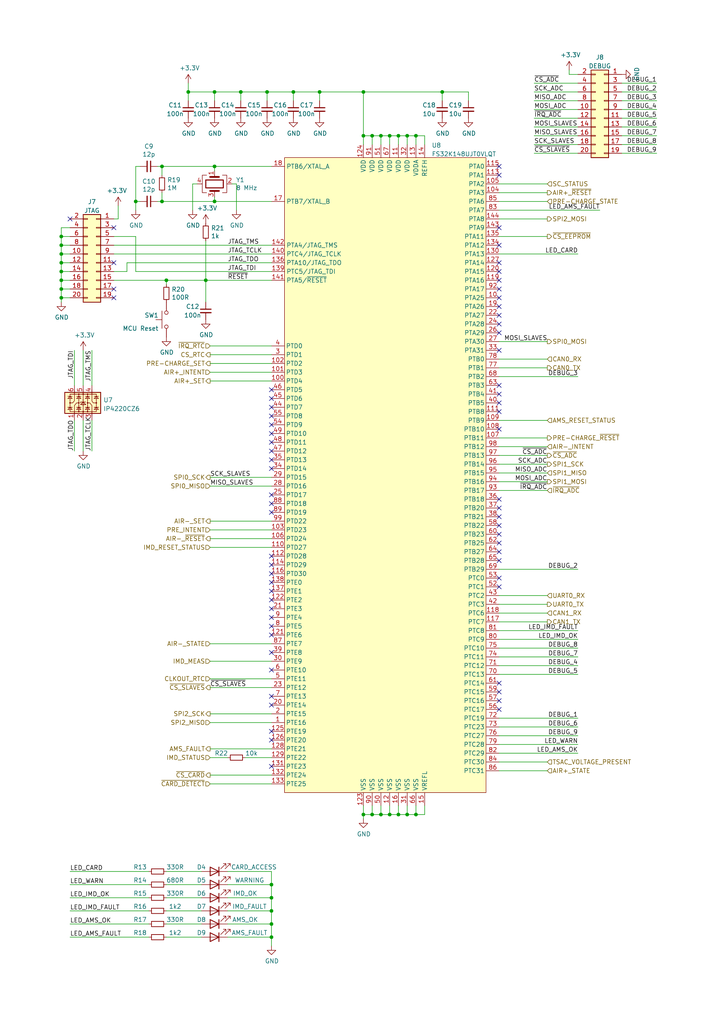
<source format=kicad_sch>
(kicad_sch (version 20211123) (generator eeschema)
  (paper "A4" portrait)
  (title_block (title "SPR23e Battery Management Unit (BMU)") (date "2023-03-25") (rev "B") (company "Scuderia Mensa HS RheinMain racing e.V.") (comment 1 "Author: Luca Engelmann") (comment 2 "Car number: 65"))
  (lib_symbols
    (symbol "Connector_Generic:Conn_02x10_Odd_Even" (pin_names (offset 1.016) hide)
      (property "Reference" "J" (at 1.27 12.7 0))
      (property "Value" "Conn_02x10_Odd_Even" (at 1.27 -15.24 0))
      (symbol "Conn_02x10_Odd_Even_1_1"
        (pin passive line (at -5.08 10.16 0) (length 3.81) (name "Pin_1") (number "1"))
        (pin passive line (at 7.62 0 180) (length 3.81) (name "Pin_10") (number "10"))
        (pin passive line (at -5.08 -2.54 0) (length 3.81) (name "Pin_11") (number "11"))
        (pin passive line (at 7.62 -2.54 180) (length 3.81) (name "Pin_12") (number "12"))
        (pin passive line (at -5.08 -5.08 0) (length 3.81) (name "Pin_13") (number "13"))
        (pin passive line (at 7.62 -5.08 180) (length 3.81) (name "Pin_14") (number "14"))
        (pin passive line (at -5.08 -7.62 0) (length 3.81) (name "Pin_15") (number "15"))
        (pin passive line (at 7.62 -7.62 180) (length 3.81) (name "Pin_16") (number "16"))
        (pin passive line (at -5.08 -10.16 0) (length 3.81) (name "Pin_17") (number "17"))
        (pin passive line (at 7.62 -10.16 180) (length 3.81) (name "Pin_18") (number "18"))
        (pin passive line (at -5.08 -12.7 0) (length 3.81) (name "Pin_19") (number "19"))
        (pin passive line (at 7.62 10.16 180) (length 3.81) (name "Pin_2") (number "2"))
        (pin passive line (at 7.62 -12.7 180) (length 3.81) (name "Pin_20") (number "20"))
        (pin passive line (at -5.08 7.62 0) (length 3.81) (name "Pin_3") (number "3"))
        (pin passive line (at 7.62 7.62 180) (length 3.81) (name "Pin_4") (number "4"))
        (pin passive line (at -5.08 5.08 0) (length 3.81) (name "Pin_5") (number "5"))
        (pin passive line (at 7.62 5.08 180) (length 3.81) (name "Pin_6") (number "6"))
        (pin passive line (at -5.08 2.54 0) (length 3.81) (name "Pin_7") (number "7"))
        (pin passive line (at 7.62 2.54 180) (length 3.81) (name "Pin_8") (number "8"))
        (pin passive line (at -5.08 0 0) (length 3.81) (name "Pin_9") (number "9"))
      )
    )
    (symbol "Device:C_Small" (pin_numbers hide) (pin_names (offset 0.254) hide)
      (property "Reference" "C" (at 0.254 1.778 0))
      (property "Value" "C_Small" (at 0.254 -2.032 0))
      (symbol "C_Small_1_1"
        (pin passive line (at 0 2.54 270) (length 2.032) (name "~") (number "1"))
        (pin passive line (at 0 -2.54 90) (length 2.032) (name "~") (number "2"))
      )
    )
    (symbol "Device:Crystal_GND24" (pin_names (offset 1.016) hide)
      (property "Reference" "Y" (at 3.175 5.08 0))
      (property "Value" "Crystal_GND24" (at 3.175 3.175 0))
      (symbol "Crystal_GND24_1_1"
        (pin passive line (at -3.81 0 0) (length 1.27) (name "1") (number "1"))
        (pin passive line (at 0 5.08 270) (length 1.27) (name "2") (number "2"))
        (pin passive line (at 3.81 0 180) (length 1.27) (name "3") (number "3"))
        (pin passive line (at 0 -5.08 90) (length 1.27) (name "4") (number "4"))
      )
    )
    (symbol "Device:LED" (pin_numbers hide) (pin_names (offset 1.016) hide)
      (property "Reference" "D" (at 0 2.54 0))
      (property "Value" "LED" (at 0 -2.54 0))
      (symbol "LED_1_1"
        (pin passive line (at -3.81 0 0) (length 2.54) (name "K") (number "1"))
        (pin passive line (at 3.81 0 180) (length 2.54) (name "A") (number "2"))
      )
    )
    (symbol "Device:R_Small" (pin_numbers hide) (pin_names (offset 0.254) hide)
      (property "Reference" "R" (at 0.762 0.508 0))
      (property "Value" "R_Small" (at 0.762 -1.016 0))
      (symbol "R_Small_1_1"
        (pin passive line (at 0 2.54 270) (length 0.762) (name "~") (number "1"))
        (pin passive line (at 0 -2.54 90) (length 0.762) (name "~") (number "2"))
      )
    )
    (symbol "GND_1" (power) (pin_names (offset 0))
      (property "Value" "GND_1" (at 0 -3.81 0))
      (symbol "GND_1_1_1"
        (pin power_in line (at 0 0 270) (length 0) hide (name "GND") (number "1"))
      )
    )
    (symbol "GND_10" (power) (pin_names (offset 0))
      (property "Value" "GND_10" (at 0 -3.81 0))
      (symbol "GND_10_1_1"
        (pin power_in line (at 0 0 270) (length 0) hide (name "GND") (number "1"))
      )
    )
    (symbol "GND_11" (power) (pin_names (offset 0))
      (property "Value" "GND_11" (at 0 -3.81 0))
      (symbol "GND_11_1_1"
        (pin power_in line (at 0 0 270) (length 0) hide (name "GND") (number "1"))
      )
    )
    (symbol "GND_12" (power) (pin_names (offset 0))
      (property "Value" "GND_12" (at 0 -3.81 0))
      (symbol "GND_12_1_1"
        (pin power_in line (at 0 0 270) (length 0) hide (name "GND") (number "1"))
      )
    )
    (symbol "GND_13" (power) (pin_names (offset 0))
      (property "Value" "GND_13" (at 0 -3.81 0))
      (symbol "GND_13_1_1"
        (pin power_in line (at 0 0 270) (length 0) hide (name "GND") (number "1"))
      )
    )
    (symbol "GND_14" (power) (pin_names (offset 0))
      (property "Value" "GND_14" (at 0 -3.81 0))
      (symbol "GND_14_1_1"
        (pin power_in line (at 0 0 270) (length 0) hide (name "GND") (number "1"))
      )
    )
    (symbol "GND_15" (power) (pin_names (offset 0))
      (property "Value" "GND_15" (at 0 -3.81 0))
      (symbol "GND_15_1_1"
        (pin power_in line (at 0 0 270) (length 0) hide (name "GND") (number "1"))
      )
    )
    (symbol "GND_16" (power) (pin_names (offset 0))
      (property "Value" "GND_16" (at 0 -3.81 0))
      (symbol "GND_16_1_1"
        (pin power_in line (at 0 0 270) (length 0) hide (name "GND") (number "1"))
      )
    )
    (symbol "GND_17" (power) (pin_names (offset 0))
      (property "Value" "GND_17" (at 0 -3.81 0))
      (symbol "GND_17_1_1"
        (pin power_in line (at 0 0 270) (length 0) hide (name "GND") (number "1"))
      )
    )
    (symbol "GND_2" (power) (pin_names (offset 0))
      (property "Value" "GND_2" (at 0 -3.81 0))
      (symbol "GND_2_1_1"
        (pin power_in line (at 0 0 270) (length 0) hide (name "GND") (number "1"))
      )
    )
    (symbol "GND_3" (power) (pin_names (offset 0))
      (property "Value" "GND_3" (at 0 -3.81 0))
      (symbol "GND_3_1_1"
        (pin power_in line (at 0 0 270) (length 0) hide (name "GND") (number "1"))
      )
    )
    (symbol "GND_4" (power) (pin_names (offset 0))
      (property "Value" "GND_4" (at 0 -3.81 0))
      (symbol "GND_4_1_1"
        (pin power_in line (at 0 0 270) (length 0) hide (name "GND") (number "1"))
      )
    )
    (symbol "GND_5" (power) (pin_names (offset 0))
      (property "Value" "GND_5" (at 0 -3.81 0))
      (symbol "GND_5_1_1"
        (pin power_in line (at 0 0 270) (length 0) hide (name "GND") (number "1"))
      )
    )
    (symbol "GND_6" (power) (pin_names (offset 0))
      (property "Value" "GND_6" (at 0 -3.81 0))
      (symbol "GND_6_1_1"
        (pin power_in line (at 0 0 270) (length 0) hide (name "GND") (number "1"))
      )
    )
    (symbol "GND_7" (power) (pin_names (offset 0))
      (property "Value" "GND_7" (at 0 -3.81 0))
      (symbol "GND_7_1_1"
        (pin power_in line (at 0 0 270) (length 0) hide (name "GND") (number "1"))
      )
    )
    (symbol "GND_8" (power) (pin_names (offset 0))
      (property "Value" "GND_8" (at 0 -3.81 0))
      (symbol "GND_8_1_1"
        (pin power_in line (at 0 0 270) (length 0) hide (name "GND") (number "1"))
      )
    )
    (symbol "GND_9" (power) (pin_names (offset 0))
      (property "Value" "GND_9" (at 0 -3.81 0))
      (symbol "GND_9_1_1"
        (pin power_in line (at 0 0 270) (length 0) hide (name "GND") (number "1"))
      )
    )
    (symbol "Power_Protection:NUP4202"
      (property "Reference" "U" (at -6.985 -2.54 0))
      (property "Value" "NUP4202" (at 6.35 1.27 90))
      (symbol "NUP4202_1_1"
        (pin passive line (at -2.54 -5.08 90) (length 2.54) (name "~") (number "1"))
        (pin passive line (at 0 -5.08 90) (length 2.54) (name "~") (number "2"))
        (pin passive line (at 2.54 -5.08 90) (length 2.54) (name "~") (number "3"))
        (pin passive line (at 2.54 5.08 270) (length 2.54) (name "~") (number "4"))
        (pin passive line (at 0 5.08 270) (length 2.54) (name "~") (number "5"))
        (pin passive line (at -2.54 5.08 270) (length 2.54) (name "~") (number "6"))
      )
    )
    (symbol "Scuderia:S32K1xx_LQFP144"
      (property "Reference" "U" (at -17.78 97.79 0))
      (property "Value" "S32K1xx_LQFP144" (at -17.78 95.25 0))
      (symbol "S32K1xx_LQFP144_1_1"
        (pin bidirectional line (at -35.56 -69.85 0) (length 3.667) (name "PTE16") (number "1"))
        (pin bidirectional line (at 30.48 53.34 180) (length 3.667) (name "PTA25") (number "10"))
        (pin bidirectional line (at -35.56 29.21 0) (length 3.667) (name "PTD4") (number "100"))
        (pin bidirectional line (at -35.56 31.75 0) (length 3.667) (name "PTD3") (number "101"))
        (pin bidirectional line (at -35.56 34.29 0) (length 3.667) (name "PTD2") (number "102"))
        (pin bidirectional line (at -35.56 -13.97 0) (length 3.667) (name "PTD23") (number "103"))
        (pin bidirectional line (at 30.48 83.82 180) (length 3.667) (name "PTA3") (number "104"))
        (pin bidirectional line (at 30.48 86.36 180) (length 3.667) (name "PTA2") (number "105"))
        (pin bidirectional line (at -35.56 -16.51 0) (length 3.667) (name "PTD24") (number "106"))
        (pin bidirectional line (at 30.48 12.7 180) (length 3.667) (name "PTB11") (number "107"))
        (pin bidirectional line (at 30.48 15.24 180) (length 3.667) (name "PTB10") (number "108"))
        (pin bidirectional line (at 30.48 17.78 180) (length 3.667) (name "PTB9") (number "109"))
        (pin power_in line (at 1.27 97.79 270) (length 3.81) (name "VDD") (number "11"))
        (pin bidirectional line (at -35.56 -19.05 0) (length 3.667) (name "PTD27") (number "110"))
        (pin bidirectional line (at 30.48 20.32 180) (length 3.667) (name "PTB8") (number "111"))
        (pin bidirectional line (at -35.56 -21.59 0) (length 3.667) (name "PTD28") (number "112"))
        (pin bidirectional line (at 30.48 88.9 180) (length 3.667) (name "PTA1") (number "113"))
        (pin bidirectional line (at -35.56 -24.13 0) (length 3.667) (name "PTD29") (number "114"))
        (pin bidirectional line (at 30.48 91.44 180) (length 3.667) (name "PTA0") (number "115"))
        (pin bidirectional line (at -35.56 -26.67 0) (length 3.667) (name "PTD30") (number "116"))
        (pin bidirectional line (at 30.48 -40.64 180) (length 3.667) (name "PTC7") (number "117"))
        (pin bidirectional line (at 30.48 -38.1 180) (length 3.667) (name "PTC6") (number "118"))
        (pin bidirectional line (at 30.48 58.42 180) (length 3.667) (name "PTA16") (number "119"))
        (pin power_in line (at -1.27 -93.98 90) (length 3.81) (name "VSS") (number "12"))
        (pin bidirectional line (at 30.48 60.96 180) (length 3.667) (name "PTA15") (number "120"))
        (pin bidirectional line (at -35.56 -44.45 0) (length 3.667) (name "PTE6") (number "121"))
        (pin bidirectional line (at -35.56 -34.29 0) (length 3.667) (name "PTE2") (number "122"))
        (pin power_in line (at -8.89 -93.98 90) (length 3.81) (name "VSS") (number "123"))
        (pin power_in line (at -8.89 97.79 270) (length 3.81) (name "VDD") (number "124"))
        (pin bidirectional line (at -35.56 -72.39 0) (length 3.667) (name "PTE19") (number "125"))
        (pin bidirectional line (at -35.56 -74.93 0) (length 3.667) (name "PTE20") (number "126"))
        (pin bidirectional line (at 30.48 63.5 180) (length 3.667) (name "PTA14") (number "127"))
        (pin bidirectional line (at -35.56 -77.47 0) (length 3.667) (name "PTE21") (number "128"))
        (pin bidirectional line (at -35.56 -80.01 0) (length 3.667) (name "PTE22") (number "129"))
        (pin power_in line (at 6.35 97.79 270) (length 3.81) (name "VDDA") (number "13"))
        (pin bidirectional line (at 30.48 66.04 180) (length 3.667) (name "PTA13") (number "130"))
        (pin bidirectional line (at -35.56 -82.55 0) (length 3.667) (name "PTE23") (number "131"))
        (pin bidirectional line (at -35.56 -85.09 0) (length 3.667) (name "PTE24") (number "132"))
        (pin bidirectional line (at -35.56 -87.63 0) (length 3.667) (name "PTE25") (number "133"))
        (pin bidirectional line (at 30.48 68.58 180) (length 3.667) (name "PTA12") (number "134"))
        (pin bidirectional line (at 30.48 71.12 180) (length 3.667) (name "PTA11") (number "135"))
        (pin bidirectional line (at -35.56 63.5 0) (length 3.81) (name "PTA10/JTAG_TDO") (number "136"))
        (pin bidirectional line (at -35.56 -31.75 0) (length 3.667) (name "PTE1") (number "137"))
        (pin bidirectional line (at -35.56 -29.21 0) (length 3.667) (name "PTE0") (number "138"))
        (pin bidirectional line (at -35.56 60.96 0) (length 3.81) (name "PTC5/JTAG_TDI") (number "139"))
        (pin power_in line (at 8.89 97.79 270) (length 3.81) (name "REFH") (number "14"))
        (pin bidirectional line (at -35.56 66.04 0) (length 3.81) (name "PTC4/JTAG_TCLK") (number "140"))
        (pin bidirectional line (at -35.56 58.42 0) (length 3.81) (name "PTA5/~{RESET}") (number "141"))
        (pin bidirectional line (at -35.56 68.58 0) (length 3.81) (name "PTA4/JTAG_TMS") (number "142"))
        (pin bidirectional line (at 30.48 73.66 180) (length 3.667) (name "PTA9") (number "143"))
        (pin bidirectional line (at 30.48 76.2 180) (length 3.667) (name "PTA8") (number "144"))
        (pin power_in line (at 8.89 -93.98 90) (length 3.81) (name "VREFL") (number "15"))
        (pin power_in line (at 1.27 -93.98 90) (length 3.81) (name "VSS") (number "16"))
        (pin bidirectional line (at -35.56 81.28 0) (length 3.81) (name "PTB7/XTAL_B") (number "17"))
        (pin bidirectional line (at -35.56 91.44 0) (length 3.81) (name "PTB6/XTAL_A") (number "18"))
        (pin bidirectional line (at 30.48 50.8 180) (length 3.667) (name "PTA26") (number "19"))
        (pin bidirectional line (at -35.56 -67.31 0) (length 3.667) (name "PTE15") (number "2"))
        (pin bidirectional line (at -35.56 -64.77 0) (length 3.667) (name "PTE14") (number "20"))
        (pin bidirectional line (at -35.56 -36.83 0) (length 3.667) (name "PTE3") (number "21"))
        (pin bidirectional line (at 30.48 48.26 180) (length 3.667) (name "PTA27") (number "22"))
        (pin bidirectional line (at -35.56 -59.69 0) (length 3.667) (name "PTE12") (number "23"))
        (pin bidirectional line (at 30.48 45.72 180) (length 3.667) (name "PTA28") (number "24"))
        (pin bidirectional line (at -35.56 -3.81 0) (length 3.667) (name "PTD17") (number "25"))
        (pin bidirectional line (at 30.48 43.18 180) (length 3.667) (name "PTA29") (number "26"))
        (pin bidirectional line (at 30.48 40.64 180) (length 3.667) (name "PTA30") (number "27"))
        (pin bidirectional line (at -35.56 -1.27 0) (length 3.667) (name "PTD16") (number "28"))
        (pin bidirectional line (at -35.56 1.27 0) (length 3.667) (name "PTD15") (number "29"))
        (pin bidirectional line (at -35.56 36.83 0) (length 3.667) (name "PTD1") (number "3"))
        (pin bidirectional line (at -35.56 -52.07 0) (length 3.667) (name "PTE9") (number "30"))
        (pin power_in line (at 3.81 -93.98 90) (length 3.81) (name "VSS") (number "31"))
        (pin power_in line (at 3.81 97.79 270) (length 3.81) (name "VDD") (number "32"))
        (pin bidirectional line (at 30.48 38.1 180) (length 3.667) (name "PTA31") (number "33"))
        (pin bidirectional line (at -35.56 3.81 0) (length 3.667) (name "PTD14") (number "34"))
        (pin bidirectional line (at -35.56 6.35 0) (length 3.667) (name "PTD13") (number "35"))
        (pin bidirectional line (at 30.48 -5.08 180) (length 3.667) (name "PTB18") (number "36"))
        (pin bidirectional line (at 30.48 -7.62 180) (length 3.667) (name "PTB20") (number "37"))
        (pin bidirectional line (at 30.48 -10.16 180) (length 3.667) (name "PTB21") (number "38"))
        (pin bidirectional line (at -35.56 -49.53 0) (length 3.667) (name "PTE8") (number "39"))
        (pin bidirectional line (at -35.56 39.37 0) (length 3.667) (name "PTD0") (number "4"))
        (pin bidirectional line (at 30.48 22.86 180) (length 3.667) (name "PTB5") (number "40"))
        (pin bidirectional line (at 30.48 25.4 180) (length 3.667) (name "PTB4") (number "41"))
        (pin bidirectional line (at 30.48 -35.56 180) (length 3.667) (name "PTC3") (number "42"))
        (pin bidirectional line (at 30.48 -33.02 180) (length 3.667) (name "PTC2") (number "43"))
        (pin bidirectional line (at -35.56 21.59 0) (length 3.667) (name "PTD7") (number "44"))
        (pin bidirectional line (at -35.56 24.13 0) (length 3.667) (name "PTD6") (number "45"))
        (pin bidirectional line (at -35.56 26.67 0) (length 3.667) (name "PTD5") (number "46"))
        (pin bidirectional line (at -35.56 8.89 0) (length 3.667) (name "PTD12") (number "47"))
        (pin bidirectional line (at -35.56 11.43 0) (length 3.667) (name "PTD11") (number "48"))
        (pin bidirectional line (at -35.56 13.97 0) (length 3.667) (name "PTD10") (number "49"))
        (pin bidirectional line (at -35.56 -57.15 0) (length 3.667) (name "PTE11") (number "5"))
        (pin power_in line (at -3.81 -93.98 90) (length 3.81) (name "VSS") (number "50"))
        (pin power_in line (at -3.81 97.79 270) (length 3.81) (name "VDD") (number "51"))
        (pin bidirectional line (at 30.48 -30.48 180) (length 3.667) (name "PTC1") (number "52"))
        (pin bidirectional line (at 30.48 -27.94 180) (length 3.667) (name "PTC0") (number "53"))
        (pin bidirectional line (at -35.56 16.51 0) (length 3.667) (name "PTD9") (number "54"))
        (pin bidirectional line (at -35.56 19.05 0) (length 3.667) (name "PTD8") (number "55"))
        (pin bidirectional line (at 30.48 -66.04 180) (length 3.667) (name "PTC17") (number "56"))
        (pin bidirectional line (at 30.48 -63.5 180) (length 3.667) (name "PTC16") (number "57"))
        (pin bidirectional line (at 30.48 -12.7 180) (length 3.667) (name "PTB22") (number "58"))
        (pin bidirectional line (at 30.48 -60.96 180) (length 3.667) (name "PTC15") (number "59"))
        (pin bidirectional line (at -35.56 -54.61 0) (length 3.667) (name "PTE10") (number "6"))
        (pin bidirectional line (at 30.48 -15.24 180) (length 3.667) (name "PTB23") (number "60"))
        (pin bidirectional line (at 30.48 -58.42 180) (length 3.667) (name "PTC14") (number "61"))
        (pin bidirectional line (at 30.48 -17.78 180) (length 3.667) (name "PTB25") (number "62"))
        (pin bidirectional line (at 30.48 27.94 180) (length 3.667) (name "PTB3") (number "63"))
        (pin bidirectional line (at 30.48 -20.32 180) (length 3.667) (name "PTB27") (number "64"))
        (pin bidirectional line (at 30.48 -22.86 180) (length 3.667) (name "PTB28") (number "65"))
        (pin power_in line (at 6.35 -93.98 90) (length 3.81) (name "VSS") (number "66"))
        (pin power_in line (at -1.27 97.79 270) (length 3.81) (name "VDD") (number "67"))
        (pin bidirectional line (at 30.48 30.48 180) (length 3.667) (name "PTB2") (number "68"))
        (pin bidirectional line (at 30.48 -25.4 180) (length 3.667) (name "PTB29") (number "69"))
        (pin bidirectional line (at -35.56 -62.23 0) (length 3.667) (name "PTE13") (number "7"))
        (pin bidirectional line (at 30.48 -55.88 180) (length 3.667) (name "PTC13") (number "70"))
        (pin bidirectional line (at 30.48 -53.34 180) (length 3.667) (name "PTC12") (number "71"))
        (pin bidirectional line (at 30.48 -68.58 180) (length 3.667) (name "PTC19") (number "72"))
        (pin bidirectional line (at 30.48 -71.12 180) (length 3.667) (name "PTC23") (number "73"))
        (pin bidirectional line (at 30.48 -50.8 180) (length 3.667) (name "PTC11") (number "74"))
        (pin bidirectional line (at 30.48 -48.26 180) (length 3.667) (name "PTC10") (number "75"))
        (pin bidirectional line (at 30.48 -73.66 180) (length 3.667) (name "PTC27") (number "76"))
        (pin bidirectional line (at 30.48 33.02 180) (length 3.667) (name "PTB1") (number "77"))
        (pin bidirectional line (at 30.48 35.56 180) (length 3.667) (name "PTB0") (number "78"))
        (pin bidirectional line (at 30.48 -76.2 180) (length 3.667) (name "PTC28") (number "79"))
        (pin bidirectional line (at -35.56 -41.91 0) (length 3.667) (name "PTE5") (number "8"))
        (pin bidirectional line (at 30.48 -45.72 180) (length 3.667) (name "PTC9") (number "80"))
        (pin bidirectional line (at 30.48 -43.18 180) (length 3.667) (name "PTC8") (number "81"))
        (pin bidirectional line (at 30.48 -78.74 180) (length 3.667) (name "PTC29") (number "82"))
        (pin bidirectional line (at 30.48 78.74 180) (length 3.667) (name "PTA7") (number "83"))
        (pin bidirectional line (at 30.48 -81.28 180) (length 3.667) (name "PTC30") (number "84"))
        (pin bidirectional line (at 30.48 81.28 180) (length 3.667) (name "PTA6") (number "85"))
        (pin bidirectional line (at 30.48 -83.82 180) (length 3.667) (name "PTC31") (number "86"))
        (pin bidirectional line (at -35.56 -46.99 0) (length 3.667) (name "PTE7") (number "87"))
        (pin bidirectional line (at -35.56 -6.35 0) (length 3.667) (name "PTD18") (number "88"))
        (pin bidirectional line (at -35.56 -8.89 0) (length 3.667) (name "PTD19") (number "89"))
        (pin bidirectional line (at -35.56 -39.37 0) (length 3.667) (name "PTE4") (number "9"))
        (pin power_in line (at -6.35 -93.98 90) (length 3.81) (name "VSS") (number "90"))
        (pin power_in line (at -6.35 97.79 270) (length 3.81) (name "VDD") (number "91"))
        (pin bidirectional line (at 30.48 55.88 180) (length 3.667) (name "PTA17") (number "92"))
        (pin bidirectional line (at 30.48 -2.54 180) (length 3.667) (name "PTB17") (number "93"))
        (pin bidirectional line (at 30.48 0 180) (length 3.667) (name "PTB16") (number "94"))
        (pin bidirectional line (at 30.48 2.54 180) (length 3.667) (name "PTB15") (number "95"))
        (pin bidirectional line (at 30.48 5.08 180) (length 3.667) (name "PTB14") (number "96"))
        (pin bidirectional line (at 30.48 7.62 180) (length 3.667) (name "PTB13") (number "97"))
        (pin bidirectional line (at 30.48 10.16 180) (length 3.667) (name "PTB12") (number "98"))
        (pin bidirectional line (at -35.56 -11.43 0) (length 3.667) (name "PTD22") (number "99"))
      )
    )
    (symbol "Switch:SW_Push" (pin_numbers hide) (pin_names (offset 1.016) hide)
      (property "Reference" "SW" (at 1.27 2.54 0))
      (property "Value" "SW_Push" (at 0 -1.524 0))
      (symbol "SW_Push_0_1"
        (pin passive line (at -5.08 0 0) (length 2.54) (name "1") (number "1"))
        (pin passive line (at 5.08 0 180) (length 2.54) (name "2") (number "2"))
      )
    )
    (symbol "power:+3.3V" (power) (pin_names (offset 0))
      (property "Value" "+3.3V" (at 0 3.556 0))
      (symbol "+3.3V_1_1"
        (pin power_in line (at 0 0 90) (length 0) hide (name "+3.3V") (number "1"))
      )
    )
    (symbol "power:GND" (power) (pin_names (offset 0))
      (property "Value" "GND" (at 0 -3.81 0))
      (symbol "GND_1_1"
        (pin power_in line (at 0 0 270) (length 0) hide (name "GND") (number "1"))
      )
    )
  )
  (junction (at 118.11 236.22))
  (junction (at 59.69 81.28))
  (junction (at 107.95 236.22))
  (junction (at 69.85 26.67))
  (junction (at 120.65 39.37))
  (junction (at 113.03 39.37))
  (junction (at 46.99 58.42))
  (junction (at 77.47 26.67))
  (junction (at 120.65 236.22))
  (junction (at 78.74 264.16))
  (junction (at 62.23 58.42))
  (junction (at 113.03 236.22))
  (junction (at 17.78 68.58))
  (junction (at 85.09 26.67))
  (junction (at 115.57 236.22))
  (junction (at 17.78 81.28))
  (junction (at 105.41 39.37))
  (junction (at 17.78 78.74))
  (junction (at 115.57 39.37))
  (junction (at 17.78 86.36))
  (junction (at 17.78 76.2))
  (junction (at 62.23 26.67))
  (junction (at 110.49 236.22))
  (junction (at 128.27 26.67))
  (junction (at 78.74 256.54))
  (junction (at 48.26 81.28))
  (junction (at 118.11 39.37))
  (junction (at 17.78 83.82))
  (junction (at 78.74 267.97))
  (junction (at 92.71 26.67))
  (junction (at 54.61 26.67))
  (junction (at 78.74 271.78))
  (junction (at 105.41 236.22))
  (junction (at 46.99 48.26))
  (junction (at 39.37 58.42))
  (junction (at 17.78 71.12))
  (junction (at 62.23 48.26))
  (junction (at 17.78 73.66))
  (junction (at 107.95 39.37))
  (junction (at 78.74 260.35))
  (junction (at 105.41 26.67))
  (junction (at 110.49 39.37))
  (no_connect (at 78.74 118.11))
  (no_connect (at 78.74 146.05))
  (no_connect (at 33.02 76.2))
  (no_connect (at 144.78 154.94))
  (no_connect (at 78.74 163.83))
  (no_connect (at 78.74 143.51))
  (no_connect (at 144.78 116.84))
  (no_connect (at 78.74 201.93))
  (no_connect (at 144.78 93.98))
  (no_connect (at 144.78 205.74))
  (no_connect (at 144.78 200.66))
  (no_connect (at 78.74 123.19))
  (no_connect (at 78.74 184.15))
  (no_connect (at 144.78 111.76))
  (no_connect (at 78.74 113.03))
  (no_connect (at 144.78 152.4))
  (no_connect (at 78.74 171.45))
  (no_connect (at 144.78 144.78))
  (no_connect (at 144.78 91.44))
  (no_connect (at 144.78 114.3))
  (no_connect (at 78.74 133.35))
  (no_connect (at 144.78 167.64))
  (no_connect (at 144.78 101.6))
  (no_connect (at 78.74 212.09))
  (no_connect (at 78.74 181.61))
  (no_connect (at 78.74 168.91))
  (no_connect (at 144.78 50.8))
  (no_connect (at 78.74 214.63))
  (no_connect (at 78.74 161.29))
  (no_connect (at 78.74 204.47))
  (no_connect (at 144.78 162.56))
  (no_connect (at 144.78 86.36))
  (no_connect (at 144.78 71.12))
  (no_connect (at 144.78 147.32))
  (no_connect (at 78.74 194.31))
  (no_connect (at 78.74 128.27))
  (no_connect (at 78.74 189.23))
  (no_connect (at 78.74 148.59))
  (no_connect (at 33.02 83.82))
  (no_connect (at 33.02 86.36))
  (no_connect (at 78.74 115.57))
  (no_connect (at 144.78 160.02))
  (no_connect (at 144.78 76.2))
  (no_connect (at 144.78 88.9))
  (no_connect (at 20.32 63.5))
  (no_connect (at 78.74 179.07))
  (no_connect (at 78.74 166.37))
  (no_connect (at 33.02 66.04))
  (no_connect (at 144.78 96.52))
  (no_connect (at 144.78 78.74))
  (no_connect (at 78.74 120.65))
  (no_connect (at 144.78 66.04))
  (no_connect (at 144.78 83.82))
  (no_connect (at 144.78 149.86))
  (no_connect (at 78.74 130.81))
  (no_connect (at 144.78 170.18))
  (no_connect (at 78.74 173.99))
  (no_connect (at 144.78 119.38))
  (no_connect (at 144.78 81.28))
  (no_connect (at 144.78 124.46))
  (no_connect (at 78.74 125.73))
  (no_connect (at 78.74 135.89))
  (no_connect (at 144.78 157.48))
  (no_connect (at 144.78 198.12))
  (no_connect (at 144.78 48.26))
  (no_connect (at 144.78 203.2))
  (no_connect (at 78.74 222.25))
  (no_connect (at 78.74 176.53))
  (wire (pts (xy 144.78 215.9) (xy 167.64 215.9)))
  (wire (pts (xy 60.96 100.33) (xy 78.74 100.33)))
  (wire (pts (xy 105.41 39.37) (xy 105.41 41.91)))
  (wire (pts (xy 60.96 196.85) (xy 78.74 196.85)))
  (wire (pts (xy 144.78 195.58) (xy 167.64 195.58)))
  (wire (pts (xy 158.75 53.34) (xy 144.78 53.34)))
  (wire (pts (xy 39.37 58.42) (xy 39.37 60.96)))
  (wire (pts (xy 158.75 55.88) (xy 144.78 55.88)))
  (wire (pts (xy 17.78 86.36) (xy 20.32 86.36)))
  (wire (pts (xy 105.41 26.67) (xy 128.27 26.67)))
  (wire (pts (xy 78.74 260.35) (xy 78.74 264.16)))
  (wire (pts (xy 144.78 218.44) (xy 167.64 218.44)))
  (wire (pts (xy 144.78 60.96) (xy 173.99 60.96)))
  (wire (pts (xy 17.78 73.66) (xy 17.78 76.2)))
  (wire (pts (xy 36.83 78.74) (xy 36.83 76.2)))
  (wire (pts (xy 123.19 39.37) (xy 120.65 39.37)))
  (wire (pts (xy 33.02 68.58) (xy 39.37 68.58)))
  (wire (pts (xy 60.96 209.55) (xy 78.74 209.55)))
  (wire (pts (xy 180.34 36.83) (xy 190.5 36.83)))
  (wire (pts (xy 144.78 182.88) (xy 167.64 182.88)))
  (wire (pts (xy 60.96 207.01) (xy 78.74 207.01)))
  (wire (pts (xy 46.99 58.42) (xy 45.72 58.42)))
  (wire (pts (xy 20.32 66.04) (xy 17.78 66.04)))
  (wire (pts (xy 59.69 81.28) (xy 59.69 87.63)))
  (wire (pts (xy 180.34 31.75) (xy 190.5 31.75)))
  (wire (pts (xy 20.32 264.16) (xy 43.18 264.16)))
  (wire (pts (xy 144.78 139.7) (xy 158.75 139.7)))
  (wire (pts (xy 144.78 165.1) (xy 167.64 165.1)))
  (wire (pts (xy 154.94 31.75) (xy 167.64 31.75)))
  (wire (pts (xy 67.31 53.34) (xy 68.58 53.34)))
  (wire (pts (xy 180.34 39.37) (xy 190.5 39.37)))
  (wire (pts (xy 62.23 26.67) (xy 69.85 26.67)))
  (wire (pts (xy 77.47 26.67) (xy 85.09 26.67)))
  (wire (pts (xy 33.02 81.28) (xy 48.26 81.28)))
  (wire (pts (xy 123.19 236.22) (xy 120.65 236.22)))
  (wire (pts (xy 54.61 26.67) (xy 62.23 26.67)))
  (wire (pts (xy 62.23 26.67) (xy 62.23 29.21)))
  (wire (pts (xy 180.34 26.67) (xy 190.5 26.67)))
  (wire (pts (xy 66.04 267.97) (xy 78.74 267.97)))
  (wire (pts (xy 68.58 53.34) (xy 68.58 60.96)))
  (wire (pts (xy 33.02 78.74) (xy 36.83 78.74)))
  (wire (pts (xy 60.96 138.43) (xy 78.74 138.43)))
  (wire (pts (xy 120.65 233.68) (xy 120.65 236.22)))
  (wire (pts (xy 48.26 81.28) (xy 59.69 81.28)))
  (wire (pts (xy 33.02 63.5) (xy 34.29 63.5)))
  (wire (pts (xy 62.23 48.26) (xy 78.74 48.26)))
  (wire (pts (xy 20.32 267.97) (xy 43.18 267.97)))
  (wire (pts (xy 40.64 58.42) (xy 39.37 58.42)))
  (wire (pts (xy 78.74 110.49) (xy 60.96 110.49)))
  (wire (pts (xy 34.29 63.5) (xy 34.29 59.69)))
  (wire (pts (xy 66.04 252.73) (xy 78.74 252.73)))
  (wire (pts (xy 115.57 233.68) (xy 115.57 236.22)))
  (wire (pts (xy 66.04 271.78) (xy 78.74 271.78)))
  (wire (pts (xy 48.26 264.16) (xy 58.42 264.16)))
  (wire (pts (xy 60.96 158.75) (xy 78.74 158.75)))
  (wire (pts (xy 60.96 199.39) (xy 78.74 199.39)))
  (wire (pts (xy 118.11 233.68) (xy 118.11 236.22)))
  (wire (pts (xy 92.71 26.67) (xy 105.41 26.67)))
  (wire (pts (xy 46.99 48.26) (xy 46.99 50.8)))
  (wire (pts (xy 110.49 41.91) (xy 110.49 39.37)))
  (wire (pts (xy 57.15 53.34) (xy 55.88 53.34)))
  (wire (pts (xy 48.26 260.35) (xy 58.42 260.35)))
  (wire (pts (xy 135.89 26.67) (xy 135.89 29.21)))
  (wire (pts (xy 62.23 48.26) (xy 46.99 48.26)))
  (wire (pts (xy 128.27 26.67) (xy 135.89 26.67)))
  (wire (pts (xy 54.61 24.13) (xy 54.61 26.67)))
  (wire (pts (xy 78.74 271.78) (xy 78.74 274.32)))
  (wire (pts (xy 60.96 102.87) (xy 78.74 102.87)))
  (wire (pts (xy 20.32 256.54) (xy 43.18 256.54)))
  (wire (pts (xy 78.74 264.16) (xy 78.74 267.97)))
  (wire (pts (xy 113.03 233.68) (xy 113.03 236.22)))
  (wire (pts (xy 60.96 224.79) (xy 78.74 224.79)))
  (wire (pts (xy 59.69 69.85) (xy 59.69 81.28)))
  (wire (pts (xy 115.57 39.37) (xy 113.03 39.37)))
  (wire (pts (xy 36.83 76.2) (xy 78.74 76.2)))
  (wire (pts (xy 78.74 267.97) (xy 78.74 271.78)))
  (wire (pts (xy 165.1 21.59) (xy 165.1 20.32)))
  (wire (pts (xy 110.49 39.37) (xy 107.95 39.37)))
  (wire (pts (xy 144.78 177.8) (xy 158.75 177.8)))
  (wire (pts (xy 17.78 76.2) (xy 17.78 78.74)))
  (wire (pts (xy 78.74 256.54) (xy 78.74 260.35)))
  (wire (pts (xy 144.78 63.5) (xy 158.75 63.5)))
  (wire (pts (xy 113.03 39.37) (xy 110.49 39.37)))
  (wire (pts (xy 54.61 26.67) (xy 54.61 29.21)))
  (wire (pts (xy 60.96 227.33) (xy 78.74 227.33)))
  (wire (pts (xy 128.27 26.67) (xy 128.27 29.21)))
  (wire (pts (xy 154.94 36.83) (xy 167.64 36.83)))
  (wire (pts (xy 107.95 236.22) (xy 105.41 236.22)))
  (wire (pts (xy 66.04 264.16) (xy 78.74 264.16)))
  (wire (pts (xy 17.78 73.66) (xy 20.32 73.66)))
  (wire (pts (xy 17.78 83.82) (xy 20.32 83.82)))
  (wire (pts (xy 180.34 24.13) (xy 190.5 24.13)))
  (wire (pts (xy 60.96 153.67) (xy 78.74 153.67)))
  (wire (pts (xy 120.65 39.37) (xy 118.11 39.37)))
  (wire (pts (xy 85.09 26.67) (xy 92.71 26.67)))
  (wire (pts (xy 158.75 127) (xy 144.78 127)))
  (wire (pts (xy 33.02 71.12) (xy 78.74 71.12)))
  (wire (pts (xy 154.94 39.37) (xy 167.64 39.37)))
  (wire (pts (xy 144.78 99.06) (xy 158.75 99.06)))
  (wire (pts (xy 144.78 106.68) (xy 158.75 106.68)))
  (wire (pts (xy 144.78 68.58) (xy 158.75 68.58)))
  (wire (pts (xy 33.02 73.66) (xy 78.74 73.66)))
  (wire (pts (xy 144.78 109.22) (xy 167.64 109.22)))
  (wire (pts (xy 78.74 107.95) (xy 60.96 107.95)))
  (wire (pts (xy 69.85 26.67) (xy 69.85 29.21)))
  (wire (pts (xy 60.96 140.97) (xy 78.74 140.97)))
  (wire (pts (xy 46.99 55.88) (xy 46.99 58.42)))
  (wire (pts (xy 48.26 252.73) (xy 58.42 252.73)))
  (wire (pts (xy 107.95 233.68) (xy 107.95 236.22)))
  (wire (pts (xy 62.23 57.15) (xy 62.23 58.42)))
  (wire (pts (xy 48.26 267.97) (xy 58.42 267.97)))
  (wire (pts (xy 144.78 208.28) (xy 167.64 208.28)))
  (wire (pts (xy 17.78 66.04) (xy 17.78 68.58)))
  (wire (pts (xy 123.19 233.68) (xy 123.19 236.22)))
  (wire (pts (xy 60.96 191.77) (xy 78.74 191.77)))
  (wire (pts (xy 107.95 41.91) (xy 107.95 39.37)))
  (wire (pts (xy 60.96 217.17) (xy 78.74 217.17)))
  (wire (pts (xy 17.78 83.82) (xy 17.78 86.36)))
  (wire (pts (xy 17.78 71.12) (xy 20.32 71.12)))
  (wire (pts (xy 105.41 26.67) (xy 105.41 39.37)))
  (wire (pts (xy 17.78 71.12) (xy 17.78 73.66)))
  (wire (pts (xy 20.32 260.35) (xy 43.18 260.35)))
  (wire (pts (xy 144.78 58.42) (xy 158.75 58.42)))
  (wire (pts (xy 85.09 26.67) (xy 85.09 29.21)))
  (wire (pts (xy 92.71 26.67) (xy 92.71 29.21)))
  (wire (pts (xy 105.41 233.68) (xy 105.41 236.22)))
  (wire (pts (xy 144.78 121.92) (xy 158.75 121.92)))
  (wire (pts (xy 24.13 101.6) (xy 24.13 111.76)))
  (wire (pts (xy 59.69 81.28) (xy 78.74 81.28)))
  (wire (pts (xy 118.11 39.37) (xy 115.57 39.37)))
  (wire (pts (xy 144.78 129.54) (xy 158.75 129.54)))
  (wire (pts (xy 40.64 48.26) (xy 39.37 48.26)))
  (wire (pts (xy 120.65 41.91) (xy 120.65 39.37)))
  (wire (pts (xy 180.34 44.45) (xy 190.5 44.45)))
  (wire (pts (xy 17.78 78.74) (xy 17.78 81.28)))
  (wire (pts (xy 24.13 130.81) (xy 24.13 121.92)))
  (wire (pts (xy 17.78 76.2) (xy 20.32 76.2)))
  (wire (pts (xy 154.94 29.21) (xy 167.64 29.21)))
  (wire (pts (xy 167.64 21.59) (xy 165.1 21.59)))
  (wire (pts (xy 17.78 78.74) (xy 20.32 78.74)))
  (wire (pts (xy 17.78 81.28) (xy 17.78 83.82)))
  (wire (pts (xy 154.94 34.29) (xy 167.64 34.29)))
  (wire (pts (xy 60.96 156.21) (xy 78.74 156.21)))
  (wire (pts (xy 154.94 41.91) (xy 167.64 41.91)))
  (wire (pts (xy 62.23 58.42) (xy 78.74 58.42)))
  (wire (pts (xy 69.85 26.67) (xy 77.47 26.67)))
  (wire (pts (xy 144.78 223.52) (xy 158.75 223.52)))
  (wire (pts (xy 144.78 185.42) (xy 167.64 185.42)))
  (wire (pts (xy 17.78 86.36) (xy 17.78 87.63)))
  (wire (pts (xy 154.94 44.45) (xy 167.64 44.45)))
  (wire (pts (xy 144.78 210.82) (xy 167.64 210.82)))
  (wire (pts (xy 113.03 41.91) (xy 113.03 39.37)))
  (wire (pts (xy 144.78 220.98) (xy 158.75 220.98)))
  (wire (pts (xy 144.78 193.04) (xy 167.64 193.04)))
  (wire (pts (xy 26.67 101.6) (xy 26.67 111.76)))
  (wire (pts (xy 20.32 252.73) (xy 43.18 252.73)))
  (wire (pts (xy 110.49 236.22) (xy 107.95 236.22)))
  (wire (pts (xy 154.94 24.13) (xy 167.64 24.13)))
  (wire (pts (xy 123.19 41.91) (xy 123.19 39.37)))
  (wire (pts (xy 144.78 187.96) (xy 167.64 187.96)))
  (wire (pts (xy 77.47 26.67) (xy 77.47 29.21)))
  (wire (pts (xy 180.34 34.29) (xy 190.5 34.29)))
  (wire (pts (xy 39.37 48.26) (xy 39.37 58.42)))
  (wire (pts (xy 107.95 39.37) (xy 105.41 39.37)))
  (wire (pts (xy 48.26 271.78) (xy 58.42 271.78)))
  (wire (pts (xy 39.37 78.74) (xy 78.74 78.74)))
  (wire (pts (xy 144.78 104.14) (xy 158.75 104.14)))
  (wire (pts (xy 110.49 233.68) (xy 110.49 236.22)))
  (wire (pts (xy 144.78 137.16) (xy 158.75 137.16)))
  (wire (pts (xy 118.11 236.22) (xy 115.57 236.22)))
  (wire (pts (xy 17.78 68.58) (xy 17.78 71.12)))
  (wire (pts (xy 115.57 41.91) (xy 115.57 39.37)))
  (wire (pts (xy 154.94 26.67) (xy 167.64 26.67)))
  (wire (pts (xy 39.37 68.58) (xy 39.37 78.74)))
  (wire (pts (xy 71.12 219.71) (xy 78.74 219.71)))
  (wire (pts (xy 144.78 134.62) (xy 158.75 134.62)))
  (wire (pts (xy 55.88 53.34) (xy 55.88 60.96)))
  (wire (pts (xy 78.74 252.73) (xy 78.74 256.54)))
  (wire (pts (xy 78.74 105.41) (xy 60.96 105.41)))
  (wire (pts (xy 105.41 236.22) (xy 105.41 237.49)))
  (wire (pts (xy 144.78 180.34) (xy 158.75 180.34)))
  (wire (pts (xy 21.59 121.92) (xy 21.59 130.81)))
  (wire (pts (xy 144.78 142.24) (xy 158.75 142.24)))
  (wire (pts (xy 66.04 256.54) (xy 78.74 256.54)))
  (wire (pts (xy 115.57 236.22) (xy 113.03 236.22)))
  (wire (pts (xy 48.26 81.28) (xy 48.26 82.55)))
  (wire (pts (xy 144.78 73.66) (xy 167.64 73.66)))
  (wire (pts (xy 144.78 175.26) (xy 158.75 175.26)))
  (wire (pts (xy 180.34 29.21) (xy 190.5 29.21)))
  (wire (pts (xy 180.34 41.91) (xy 190.5 41.91)))
  (wire (pts (xy 48.26 256.54) (xy 58.42 256.54)))
  (wire (pts (xy 20.32 68.58) (xy 17.78 68.58)))
  (wire (pts (xy 17.78 81.28) (xy 20.32 81.28)))
  (wire (pts (xy 113.03 236.22) (xy 110.49 236.22)))
  (wire (pts (xy 62.23 58.42) (xy 46.99 58.42)))
  (wire (pts (xy 144.78 132.08) (xy 158.75 132.08)))
  (wire (pts (xy 26.67 121.92) (xy 26.67 130.81)))
  (wire (pts (xy 62.23 49.53) (xy 62.23 48.26)))
  (wire (pts (xy 21.59 101.6) (xy 21.59 111.76)))
  (wire (pts (xy 144.78 172.72) (xy 158.75 172.72)))
  (wire (pts (xy 144.78 213.36) (xy 167.64 213.36)))
  (wire (pts (xy 78.74 151.13) (xy 60.96 151.13)))
  (wire (pts (xy 120.65 236.22) (xy 118.11 236.22)))
  (wire (pts (xy 46.99 48.26) (xy 45.72 48.26)))
  (wire (pts (xy 20.32 271.78) (xy 43.18 271.78)))
  (wire (pts (xy 66.04 260.35) (xy 78.74 260.35)))
  (wire (pts (xy 144.78 190.5) (xy 167.64 190.5)))
  (wire (pts (xy 118.11 41.91) (xy 118.11 39.37)))
  (wire (pts (xy 60.96 219.71) (xy 66.04 219.71)))
  (wire (pts (xy 60.96 186.69) (xy 78.74 186.69)))
  (label "~{CS_ADC}" (at 154.94 24.13 0))
  (label "LED_IMD_OK" (at 20.32 260.35 0))
  (label "LED_AMS_FAULT" (at 173.99 60.96 180))
  (label "MISO_SLAVES" (at 60.96 140.97 0))
  (label "~{IRQ_ADC}" (at 154.94 34.29 0))
  (label "DEBUG_6" (at 167.64 210.82 180))
  (label "DEBUG_1" (at 190.5 24.13 180))
  (label "~{IRQ_ADC}" (at 158.75 142.24 180))
  (label "LED_IMD_OK" (at 167.64 185.42 180))
  (label "~{CS_SLAVES}" (at 60.96 199.39 0))
  (label "DEBUG_9" (at 167.64 213.36 180))
  (label "JTAG_TDO" (at 21.59 130.81 90))
  (label "LED_AMS_FAULT" (at 20.32 271.78 0))
  (label "DEBUG_4" (at 190.5 31.75 180))
  (label "MISO_SLAVES" (at 154.94 39.37 0))
  (label "MOSI_SLAVES" (at 154.94 36.83 0))
  (label "DEBUG_8" (at 190.5 41.91 180))
  (label "JTAG_TCLK" (at 26.67 130.81 90))
  (label "LED_AMS_OK" (at 167.64 218.44 180))
  (label "DEBUG_3" (at 167.64 109.22 180))
  (label "~{CS_SLAVES}" (at 154.94 44.45 0))
  (label "LED_WARN" (at 20.32 256.54 0))
  (label "MISO_ADC" (at 154.94 29.21 0))
  (label "LED_IMD_FAULT" (at 167.64 182.88 180))
  (label "~{CS_ADC}" (at 158.75 132.08 180))
  (label "MOSI_ADC" (at 158.75 139.7 180))
  (label "MISO_ADC" (at 158.75 137.16 180))
  (label "LED_CARD" (at 167.64 73.66 180))
  (label "DEBUG_2" (at 190.5 26.67 180))
  (label "DEBUG_5" (at 190.5 34.29 180))
  (label "DEBUG_7" (at 190.5 39.37 180))
  (label "JTAG_TDI" (at 21.59 101.6 270))
  (label "JTAG_TCLK" (at 66.04 73.66 0))
  (label "DEBUG_1" (at 167.64 208.28 180))
  (label "DEBUG_8" (at 167.64 187.96 180))
  (label "JTAG_TMS" (at 26.67 101.6 270))
  (label "~{RESET}" (at 66.04 81.28 0))
  (label "SCK_ADC" (at 158.75 134.62 180))
  (label "DEBUG_7" (at 167.64 190.5 180))
  (label "DEBUG_6" (at 190.5 36.83 180))
  (label "SCK_ADC" (at 154.94 26.67 0))
  (label "DEBUG_2" (at 167.64 165.1 180))
  (label "LED_AMS_OK" (at 20.32 267.97 0))
  (label "SCK_SLAVES" (at 154.94 41.91 0))
  (label "SCK_SLAVES" (at 60.96 138.43 0))
  (label "DEBUG_9" (at 190.5 44.45 180))
  (label "JTAG_TDO" (at 66.04 76.2 0))
  (label "MOSI_ADC" (at 154.94 31.75 0))
  (label "LED_IMD_FAULT" (at 20.32 264.16 0))
  (label "LED_CARD" (at 20.32 252.73 0))
  (label "DEBUG_4" (at 167.64 193.04 180))
  (label "JTAG_TMS" (at 66.04 71.12 0))
  (label "JTAG_TDI" (at 66.04 78.74 0))
  (label "DEBUG_5" (at 167.64 195.58 180))
  (label "MOSI_SLAVES" (at 158.75 99.06 180))
  (label "DEBUG_3" (at 190.5 29.21 180))
  (label "LED_WARN" (at 167.64 215.9 180))
  (hierarchical_label "SC_STATUS" (shape input) (at 158.75 53.34 0))
  (hierarchical_label "AIR-_~{RESET}" (shape output) (at 60.96 156.21 180))
  (hierarchical_label "AMS_FAULT" (shape output) (at 60.96 217.17 180))
  (hierarchical_label "SPI2_MOSI" (shape output) (at 158.75 63.5 0))
  (hierarchical_label "CAN0_TX" (shape output) (at 158.75 106.68 0))
  (hierarchical_label "~{IRQ_RTC}" (shape input) (at 60.96 100.33 180))
  (hierarchical_label "SPI0_SCK" (shape output) (at 60.96 138.43 180))
  (hierarchical_label "AIR-_STATE" (shape input) (at 60.96 186.69 180))
  (hierarchical_label "PRE-CHARGE_STATE" (shape input) (at 158.75 58.42 0))
  (hierarchical_label "CLKOUT_RTC" (shape input) (at 60.96 196.85 180))
  (hierarchical_label "AIR+_INTENT" (shape input) (at 60.96 107.95 180))
  (hierarchical_label "SPI1_MISO" (shape input) (at 158.75 137.16 0))
  (hierarchical_label "~{CS_EEPROM}" (shape output) (at 158.75 68.58 0))
  (hierarchical_label "SPI2_MISO" (shape input) (at 60.96 209.55 180))
  (hierarchical_label "PRE-CHARGE_~{RESET}" (shape output) (at 158.75 127 0))
  (hierarchical_label "UART0_TX" (shape output) (at 158.75 175.26 0))
  (hierarchical_label "AIR+_~{RESET}" (shape output) (at 158.75 55.88 0))
  (hierarchical_label "CAN1_RX" (shape input) (at 158.75 177.8 0))
  (hierarchical_label "SPI2_SCK" (shape output) (at 60.96 207.01 180))
  (hierarchical_label "SPI0_MISO" (shape input) (at 60.96 140.97 180))
  (hierarchical_label "CAN0_RX" (shape input) (at 158.75 104.14 0))
  (hierarchical_label "UART0_RX" (shape input) (at 158.75 172.72 0))
  (hierarchical_label "AIR+_STATE" (shape input) (at 158.75 223.52 0))
  (hierarchical_label "IMD_RESET_STATUS" (shape input) (at 60.96 158.75 180))
  (hierarchical_label "AIR-_INTENT" (shape input) (at 158.75 129.54 0))
  (hierarchical_label "~{CARD_DETECT}" (shape input) (at 60.96 227.33 180))
  (hierarchical_label "CAN1_TX" (shape output) (at 158.75 180.34 0))
  (hierarchical_label "SPI1_MOSI" (shape output) (at 158.75 139.7 0))
  (hierarchical_label "PRE_INTENT" (shape input) (at 60.96 153.67 180))
  (hierarchical_label "SPI1_SCK" (shape output) (at 158.75 134.62 0))
  (hierarchical_label "~{CS_CARD}" (shape output) (at 60.96 224.79 180))
  (hierarchical_label "PRE-CHARGE_SET" (shape output) (at 60.96 105.41 180))
  (hierarchical_label "SPI0_MOSI" (shape output) (at 158.75 99.06 0))
  (hierarchical_label "~{CS_ADC}" (shape output) (at 158.75 132.08 0))
  (hierarchical_label "AMS_RESET_STATUS" (shape input) (at 158.75 121.92 0))
  (hierarchical_label "AIR-_SET" (shape output) (at 60.96 151.13 180))
  (hierarchical_label "TSAC_VOLTAGE_PRESENT" (shape input) (at 158.75 220.98 0))
  (hierarchical_label "IMD_MEAS" (shape input) (at 60.96 191.77 180))
  (hierarchical_label "~{IRQ_ADC}" (shape input) (at 158.75 142.24 0))
  (hierarchical_label "~{CS_SLAVES}" (shape output) (at 60.96 199.39 180))
  (hierarchical_label "CS_RTC" (shape output) (at 60.96 102.87 180))
  (hierarchical_label "IMD_STATUS" (shape input) (at 60.96 219.71 180))
  (hierarchical_label "AIR+_SET" (shape output) (at 60.96 110.49 180))
  (symbol (lib_id "Device:C_Small") (at 43.18 48.26 270) (unit 1)
    (property "Reference" "C9" (at 43.18 42.4434 90))
    (property "Value" "12p" (at 43.18 44.7548 90))
    (property "Footprint" "Capacitor_SMD:C_0603_1608Metric" (effects hide))
  )
  (symbol (lib_id "Device:C_Small") (at 43.18 58.42 270) (unit 1)
    (property "Reference" "C10" (at 43.18 52.6034 90))
    (property "Value" "12p" (at 43.18 54.9148 90))
    (property "Footprint" "Capacitor_SMD:C_0603_1608Metric" (effects hide))
  )
  (symbol (lib_name "GND_2") (lib_id "power:GND") (at 39.37 60.96 0) (unit 1)
    (property "Reference" "#PWR038" (effects hide))
    (property "Value" "GND" (at 39.497 65.3542 0))
  )
  (symbol (lib_id "Switch:SW_Push") (at 48.26 92.71 90) (unit 1)
    (property "Reference" "SW1" (at 41.91 91.44 90) (effects (justify right)))
    (property "Value" "MCU Reset" (at 35.56 95.25 90) (effects (justify right)))
    (property "Footprint" "Button_Switch_SMD:SW_Push_1P1T_NO_6x6mm_H9.5mm" (effects hide))
  )
  (symbol (lib_id "Device:C_Small") (at 59.69 90.17 0) (unit 1)
    (property "Reference" "C12" (at 55.88 88.9 0))
    (property "Value" "100n" (at 55.88 91.44 0))
    (property "Footprint" "Capacitor_SMD:C_0603_1608Metric" (effects hide))
  )
  (symbol (lib_name "GND_1") (lib_id "power:GND") (at 48.26 97.79 0) (unit 1)
    (property "Reference" "#PWR039" (effects hide))
    (property "Value" "GND" (at 48.387 102.1842 0))
  )
  (symbol (lib_name "GND_14") (lib_id "power:GND") (at 59.69 92.71 0) (unit 1)
    (property "Reference" "#PWR044" (effects hide))
    (property "Value" "GND" (at 59.817 97.1042 0))
  )
  (symbol (lib_id "power:+3.3V") (at 59.69 64.77 0) (unit 1)
    (property "Reference" "#PWR043" (effects hide))
    (property "Value" "+3.3V" (at 60.071 60.3758 0))
  )
  (symbol (lib_id "Device:Crystal_GND24") (at 62.23 53.34 270) (unit 1)
    (property "Reference" "Y1" (at 68.4276 52.1716 90) (effects (justify left)))
    (property "Value" "8 MHz" (at 68.4276 54.483 90) (effects (justify left)))
    (property "Footprint" "Crystal:Crystal_SMD_SeikoEpson_FA238V-4Pin_3.2x2.5mm" (effects hide))
  )
  (symbol (lib_name "GND_10") (lib_id "power:GND") (at 55.88 60.96 0) (unit 1)
    (property "Reference" "#PWR042" (effects hide))
    (property "Value" "GND" (at 56.007 65.3542 0))
  )
  (symbol (lib_name "GND_9") (lib_id "power:GND") (at 68.58 60.96 0) (unit 1)
    (property "Reference" "#PWR046" (effects hide))
    (property "Value" "GND" (at 68.707 65.3542 0))
  )
  (symbol (lib_id "power:+3.3V") (at 34.29 59.69 0) (mirror y) (unit 1)
    (property "Reference" "#PWR037" (effects hide))
    (property "Value" "+3.3V" (at 33.909 55.2958 0))
  )
  (symbol (lib_name "GND_6") (lib_id "power:GND") (at 17.78 87.63 0) (unit 1)
    (property "Reference" "#PWR034" (effects hide))
    (property "Value" "GND" (at 17.907 92.0242 0))
  )
  (symbol (lib_id "Device:R_Small") (at 68.58 219.71 270) (unit 1)
    (property "Reference" "R22" (at 62.23 218.44 90) (effects (justify left)))
    (property "Value" "10k" (at 71.12 218.44 90) (effects (justify left)))
    (property "Footprint" "Resistor_SMD:R_0603_1608Metric" (effects hide))
  )
  (symbol (lib_id "Device:R_Small") (at 45.72 260.35 90) (unit 1)
    (property "Reference" "R15" (at 40.64 259.08 90))
    (property "Value" "330R" (at 50.8 259.08 90))
    (property "Footprint" "Resistor_SMD:R_0603_1608Metric" (effects hide))
  )
  (symbol (lib_name "GND_13") (lib_id "power:GND") (at 54.61 34.29 0) (unit 1)
    (property "Reference" "#PWR041" (effects hide))
    (property "Value" "GND" (at 54.737 38.6842 0))
  )
  (symbol (lib_name "GND_11") (lib_id "power:GND") (at 69.85 34.29 0) (unit 1)
    (property "Reference" "#PWR047" (effects hide))
    (property "Value" "GND" (at 69.977 38.6842 0))
  )
  (symbol (lib_id "Device:R_Small") (at 59.69 67.31 0) (unit 1)
    (property "Reference" "R21" (at 61.1886 66.1416 0) (effects (justify left)))
    (property "Value" "1k" (at 61.1886 68.453 0) (effects (justify left)))
    (property "Footprint" "Resistor_SMD:R_0603_1608Metric" (effects hide))
  )
  (symbol (lib_id "Device:R_Small") (at 45.72 256.54 90) (unit 1)
    (property "Reference" "R14" (at 40.64 255.27 90))
    (property "Value" "680R" (at 50.8 255.27 90))
    (property "Footprint" "Resistor_SMD:R_0603_1608Metric" (effects hide))
  )
  (symbol (lib_id "Device:C_Small") (at 128.27 31.75 0) (unit 1)
    (property "Reference" "C18" (at 124.46 30.48 0))
    (property "Value" "10u" (at 124.46 33.02 0))
    (property "Footprint" "Capacitor_SMD:C_1206_3216Metric" (effects hide))
  )
  (symbol (lib_id "Device:R_Small") (at 46.99 53.34 0) (unit 1)
    (property "Reference" "R19" (at 48.4886 52.1716 0) (effects (justify left)))
    (property "Value" "1M" (at 48.4886 54.483 0) (effects (justify left)))
    (property "Footprint" "Resistor_SMD:R_0603_1608Metric" (effects hide))
  )
  (symbol (lib_name "GND_17") (lib_id "power:GND") (at 24.13 130.81 0) (unit 1)
    (property "Reference" "#PWR036" (effects hide))
    (property "Value" "GND" (at 24.257 135.2042 0))
  )
  (symbol (lib_id "Device:C_Small") (at 69.85 31.75 0) (unit 1)
    (property "Reference" "C14" (at 66.04 30.48 0))
    (property "Value" "100n" (at 66.04 33.02 0))
    (property "Footprint" "Capacitor_SMD:C_0603_1608Metric" (effects hide))
  )
  (symbol (lib_id "Device:R_Small") (at 45.72 252.73 90) (unit 1)
    (property "Reference" "R13" (at 40.64 251.46 90))
    (property "Value" "330R" (at 50.8 251.46 90))
    (property "Footprint" "Resistor_SMD:R_0603_1608Metric" (effects hide))
  )
  (symbol (lib_id "Device:R_Small") (at 45.72 267.97 90) (unit 1)
    (property "Reference" "R17" (at 40.64 266.7 90))
    (property "Value" "330R" (at 50.8 266.7 90))
    (property "Footprint" "Resistor_SMD:R_0603_1608Metric" (effects hide))
  )
  (symbol (lib_id "power:+3.3V") (at 24.13 101.6 0) (unit 1)
    (property "Reference" "#PWR035" (effects hide))
    (property "Value" "+3.3V" (at 24.511 97.2058 0))
  )
  (symbol (lib_id "Device:R_Small") (at 48.26 85.09 0) (unit 1)
    (property "Reference" "R20" (at 49.7586 83.9216 0) (effects (justify left)))
    (property "Value" "100R" (at 49.7586 86.233 0) (effects (justify left)))
    (property "Footprint" "Resistor_SMD:R_0603_1608Metric" (effects hide))
  )
  (symbol (lib_id "Device:LED") (at 62.23 252.73 180) (unit 1)
    (property "Reference" "D4" (at 58.42 251.46 0))
    (property "Value" "CARD_ACCESS" (at 73.66 251.46 0))
    (property "Footprint" "LED_SMD:LED_0603_1608Metric" (effects hide))
  )
  (symbol (lib_id "Device:C_Small") (at 92.71 31.75 0) (unit 1)
    (property "Reference" "C17" (at 88.9 30.48 0))
    (property "Value" "100n" (at 88.9 33.02 0))
    (property "Footprint" "Capacitor_SMD:C_0603_1608Metric" (effects hide))
  )
  (symbol (lib_id "Device:LED") (at 62.23 271.78 180) (unit 1)
    (property "Reference" "D9" (at 58.42 270.51 0))
    (property "Value" "AMS_FAULT" (at 72.39 270.51 0))
    (property "Footprint" "LED_SMD:LED_0603_1608Metric" (effects hide))
  )
  (symbol (lib_id "Power_Protection:NUP4202") (at 24.13 116.84 0) (unit 1)
    (property "Reference" "U7" (at 29.972 116.0053 0) (effects (justify left)))
    (property "Value" "IP4220CZ6" (at 29.972 118.5422 0) (effects (justify left)))
    (property "Footprint" "Package_TO_SOT_SMD:SOT-363_SC-70-6" (effects hide))
    (property "Datasheet" "http://www.onsemi.com/pub_link/Collateral/NUP4202W1-D.PDF" (effects hide))
  )
  (symbol (lib_id "Device:C_Small") (at 135.89 31.75 0) (unit 1)
    (property "Reference" "C19" (at 132.08 30.48 0))
    (property "Value" "10u" (at 132.08 33.02 0))
    (property "Footprint" "Capacitor_SMD:C_1206_3216Metric" (effects hide))
  )
  (symbol (lib_id "Device:C_Small") (at 62.23 31.75 0) (unit 1)
    (property "Reference" "C13" (at 58.42 30.48 0))
    (property "Value" "100n" (at 58.42 33.02 0))
    (property "Footprint" "Capacitor_SMD:C_0603_1608Metric" (effects hide))
  )
  (symbol (lib_id "Device:LED") (at 62.23 260.35 180) (unit 1)
    (property "Reference" "D6" (at 58.42 259.08 0))
    (property "Value" "IMD_OK" (at 71.12 259.08 0))
    (property "Footprint" "LED_SMD:LED_0603_1608Metric" (effects hide))
  )
  (symbol (lib_name "GND_7") (lib_id "power:GND") (at 128.27 34.29 0) (unit 1)
    (property "Reference" "#PWR053" (effects hide))
    (property "Value" "GND" (at 128.397 38.6842 0))
  )
  (symbol (lib_id "Device:R_Small") (at 45.72 271.78 90) (unit 1)
    (property "Reference" "R18" (at 40.64 270.51 90))
    (property "Value" "1k2" (at 50.8 270.51 90))
    (property "Footprint" "Resistor_SMD:R_0603_1608Metric" (effects hide))
  )
  (symbol (lib_id "Device:LED") (at 62.23 267.97 180) (unit 1)
    (property "Reference" "D8" (at 58.42 266.7 0))
    (property "Value" "AMS_OK" (at 71.12 266.7 0))
    (property "Footprint" "LED_SMD:LED_0603_1608Metric" (effects hide))
  )
  (symbol (lib_id "power:+3.3V") (at 54.61 24.13 0) (unit 1)
    (property "Reference" "#PWR040" (effects hide))
    (property "Value" "+3.3V" (at 54.991 19.7358 0))
  )
  (symbol (lib_id "Scuderia:S32K1xx_LQFP144") (at 114.3 139.7 0) (unit 1)
    (property "Reference" "U8" (at 125.2094 42.1472 0) (effects (justify left)))
    (property "Value" "FS32K148UJT0VLQT" (at 125.2094 44.6841 0) (effects (justify left)))
    (property "Footprint" "Package_QFP:LQFP-144_20x20mm_P0.5mm" (effects hide))
  )
  (symbol (lib_name "GND_3") (lib_id "power:GND") (at 85.09 34.29 0) (unit 1)
    (property "Reference" "#PWR050" (effects hide))
    (property "Value" "GND" (at 85.217 38.6842 0))
  )
  (symbol (lib_id "Connector_Generic:Conn_02x10_Odd_Even") (at 27.94 73.66 0) (mirror y) (unit 1)
    (property "Reference" "J7" (at 26.67 58.5302 0))
    (property "Value" "JTAG" (at 26.67 61.0671 0))
    (property "Footprint" "Connector_IDC:IDC-Header_2x10_P2.54mm_Horizontal" (effects hide))
  )
  (symbol (lib_name "GND_16") (lib_id "power:GND") (at 180.34 21.59 90) (unit 1)
    (property "Reference" "#PWR056" (effects hide))
    (property "Value" "GND" (at 184.7342 21.463 0))
  )
  (symbol (lib_id "Device:R_Small") (at 45.72 264.16 90) (unit 1)
    (property "Reference" "R16" (at 40.64 262.89 90))
    (property "Value" "1k2" (at 50.8 262.89 90))
    (property "Footprint" "Resistor_SMD:R_0603_1608Metric" (effects hide))
  )
  (symbol (lib_name "GND_12") (lib_id "power:GND") (at 62.23 34.29 0) (unit 1)
    (property "Reference" "#PWR045" (effects hide))
    (property "Value" "GND" (at 62.357 38.6842 0))
  )
  (symbol (lib_id "Device:LED") (at 62.23 264.16 180) (unit 1)
    (property "Reference" "D7" (at 58.42 262.89 0))
    (property "Value" "IMD_FAULT" (at 72.39 262.89 0))
    (property "Footprint" "LED_SMD:LED_0603_1608Metric" (effects hide))
  )
  (symbol (lib_name "GND_8") (lib_id "power:GND") (at 135.89 34.29 0) (unit 1)
    (property "Reference" "#PWR054" (effects hide))
    (property "Value" "GND" (at 136.017 38.6842 0))
  )
  (symbol (lib_id "Device:C_Small") (at 85.09 31.75 0) (unit 1)
    (property "Reference" "C16" (at 81.28 30.48 0))
    (property "Value" "100n" (at 81.28 33.02 0))
    (property "Footprint" "Capacitor_SMD:C_0603_1608Metric" (effects hide))
  )
  (symbol (lib_name "GND_4") (lib_id "power:GND") (at 77.47 34.29 0) (unit 1)
    (property "Reference" "#PWR048" (effects hide))
    (property "Value" "GND" (at 77.597 38.6842 0))
  )
  (symbol (lib_id "power:GND") (at 78.74 274.32 0) (unit 1)
    (property "Reference" "#PWR049" (effects hide))
    (property "Value" "GND" (at 78.867 278.7142 0))
  )
  (symbol (lib_id "Device:C_Small") (at 54.61 31.75 0) (unit 1)
    (property "Reference" "C11" (at 50.8 30.48 0))
    (property "Value" "100n" (at 50.8 33.02 0))
    (property "Footprint" "Capacitor_SMD:C_0603_1608Metric" (effects hide))
  )
  (symbol (lib_id "Device:C_Small") (at 77.47 31.75 0) (unit 1)
    (property "Reference" "C15" (at 73.66 30.48 0))
    (property "Value" "100n" (at 73.66 33.02 0))
    (property "Footprint" "Capacitor_SMD:C_0603_1608Metric" (effects hide))
  )
  (symbol (lib_name "GND_5") (lib_id "power:GND") (at 92.71 34.29 0) (unit 1)
    (property "Reference" "#PWR051" (effects hide))
    (property "Value" "GND" (at 92.837 38.6842 0))
  )
  (symbol (lib_id "Connector_Generic:Conn_02x10_Odd_Even") (at 175.26 31.75 0) (mirror y) (unit 1)
    (property "Reference" "J8" (at 173.99 16.6202 0))
    (property "Value" "DEBUG" (at 173.99 19.1571 0))
    (property "Footprint" "Connector_PinHeader_2.54mm:PinHeader_2x10_P2.54mm_Vertical" (effects hide))
  )
  (symbol (lib_id "Device:LED") (at 62.23 256.54 180) (unit 1)
    (property "Reference" "D5" (at 58.42 255.27 0))
    (property "Value" "WARNING" (at 72.39 255.27 0))
    (property "Footprint" "LED_SMD:LED_0603_1608Metric" (effects hide))
  )
  (symbol (lib_id "power:+3.3V") (at 165.1 20.32 0) (unit 1)
    (property "Reference" "#PWR055" (effects hide))
    (property "Value" "+3.3V" (at 165.481 15.9258 0))
  )
  (symbol (lib_name "GND_15") (lib_id "power:GND") (at 105.41 237.49 0) (unit 1)
    (property "Reference" "#PWR052" (effects hide))
    (property "Value" "GND" (at 105.537 241.8842 0))
  )
)
</source>
